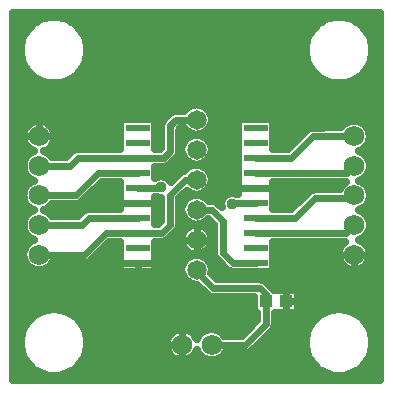
<source format=gtl>
G04 DipTrace 3.3.1.1*
G04 Top.gtl*
%MOIN*%
G04 #@! TF.FileFunction,Copper,L1,Top*
G04 #@! TF.Part,Single*
G04 #@! TA.AperFunction,CopperBalancing*
%ADD13C,0.023622*%
%ADD14C,0.025*%
%ADD15R,0.043307X0.03937*%
G04 #@! TA.AperFunction,ComponentPad*
%ADD16C,0.068898*%
%ADD17R,0.07874X0.023622*%
G04 #@! TA.AperFunction,ComponentPad*
%ADD18C,0.064961*%
G04 #@! TA.AperFunction,ViaPad*
%ADD20C,0.037622*%
%FSLAX26Y26*%
G04*
G70*
G90*
G75*
G01*
G04 Top*
%LPD*%
X1274951Y693701D2*
D13*
Y718701D1*
X1256201Y737451D1*
X1099950D1*
X1037451Y799950D1*
X1043701D1*
X1240551Y1021825D2*
X1165576D1*
X1162451Y1018701D1*
X846850Y1071825D2*
X921825D1*
X924950Y1074950D1*
X1093701Y549951D2*
X1206201D1*
X1274951Y618701D1*
Y693701D1*
X1240551Y1171825D2*
X1359325D1*
X1431201Y1243701D1*
X1568701D1*
X1240551Y1121825D2*
X1545251D1*
X1568701Y1145276D1*
X1240551Y971825D2*
X1371825D1*
X1437451Y1037451D1*
X1568701D1*
Y1046850D1*
X1240551Y921825D2*
X1542101D1*
X1568701Y948425D1*
X846850Y1171825D2*
X646827D1*
X620227Y1145226D1*
X518701D1*
X846850Y1171825D2*
X934325D1*
X956201Y1193701D1*
Y1281201D1*
X974950Y1299950D1*
X1043701D1*
X846850Y1121825D2*
X715576D1*
X640551Y1046801D1*
X518701D1*
X846850Y971825D2*
X684325D1*
X660875Y948375D1*
X518701D1*
Y849950D2*
X668701D1*
X740576Y921825D1*
X846850D1*
X928076D1*
X956201Y949950D1*
Y1049950D1*
X1006201Y1099950D1*
X1043701D1*
X1240551Y821825D2*
X1165576D1*
X1131201Y856201D1*
Y962450D1*
X1093701Y999950D1*
X1043701D1*
D20*
X1318701Y1068701D3*
Y1012451D3*
X1149950Y1068701D3*
X918701Y1018701D3*
X774950D3*
Y1068701D3*
X924950Y1074950D3*
X1162451Y1018701D3*
X1499951Y1081201D3*
X593701Y993701D3*
X434703Y1630348D2*
D14*
X516184D1*
X621229D2*
X1466182D1*
X1571227D2*
X1652708D1*
X434703Y1605479D2*
X483637D1*
X653776D2*
X1433635D1*
X1603774D2*
X1652708D1*
X434703Y1580610D2*
X466735D1*
X670677D2*
X1416733D1*
X1620675D2*
X1652708D1*
X434703Y1555741D2*
X457872D1*
X679505D2*
X1407906D1*
X1629503D2*
X1652708D1*
X434703Y1530873D2*
X455145D1*
X682268D2*
X1405143D1*
X1632266D2*
X1652708D1*
X434703Y1506004D2*
X458051D1*
X679361D2*
X1408049D1*
X1629359D2*
X1652708D1*
X434703Y1481135D2*
X467058D1*
X670319D2*
X1417056D1*
X1620316D2*
X1652708D1*
X434703Y1456266D2*
X484247D1*
X653166D2*
X1434245D1*
X1603164D2*
X1652708D1*
X434703Y1431398D2*
X517476D1*
X619901D2*
X1467474D1*
X1569899D2*
X1652708D1*
X434703Y1406529D2*
X1652708D1*
X434703Y1381660D2*
X1652708D1*
X434703Y1356791D2*
X1652708D1*
X434703Y1331923D2*
X1002199D1*
X1085211D2*
X1652708D1*
X434703Y1307054D2*
X937464D1*
X1096120D2*
X1652708D1*
X434703Y1282185D2*
X480694D1*
X556709D2*
X787038D1*
X906688D2*
X923936D1*
X1093393D2*
X1180723D1*
X1300373D2*
X1530630D1*
X1606788D2*
X1652708D1*
X434703Y1257316D2*
X465623D1*
X571781D2*
X787038D1*
X906688D2*
X923936D1*
X988468D2*
X1014256D1*
X1073154D2*
X1180723D1*
X1300373D2*
X1400227D1*
X1621824D2*
X1652708D1*
X434703Y1232448D2*
X465013D1*
X572391D2*
X787038D1*
X906688D2*
X923936D1*
X988468D2*
X1002630D1*
X1084781D2*
X1180723D1*
X1300373D2*
X1375359D1*
X1622398D2*
X1652708D1*
X434703Y1207579D2*
X478182D1*
X559221D2*
X787038D1*
X906688D2*
X923936D1*
X1096049D2*
X1180723D1*
X1300373D2*
X1350491D1*
X1609156D2*
X1652708D1*
X434703Y1182710D2*
X479582D1*
X557822D2*
X613107D1*
X1093608D2*
X1180723D1*
X1607865D2*
X1652708D1*
X434703Y1157841D2*
X465336D1*
X964928D2*
X1013431D1*
X1073980D2*
X1180723D1*
X1622075D2*
X1652708D1*
X434703Y1132972D2*
X465264D1*
X906688D2*
X1003060D1*
X1084314D2*
X1180723D1*
X1622147D2*
X1652708D1*
X434703Y1108104D2*
X479223D1*
X943361D2*
X969760D1*
X1095977D2*
X1180723D1*
X1608152D2*
X1652708D1*
X434703Y1083235D2*
X478541D1*
X721597D2*
X787038D1*
X1093788D2*
X1180723D1*
X1300373D2*
X1528477D1*
X1608905D2*
X1652708D1*
X434703Y1058366D2*
X465085D1*
X696729D2*
X787038D1*
X1074733D2*
X1180723D1*
X1300373D2*
X1413755D1*
X1622326D2*
X1652708D1*
X434703Y1033497D2*
X465515D1*
X671862D2*
X787038D1*
X906688D2*
X923936D1*
X988468D2*
X1003527D1*
X1083848D2*
X1126287D1*
X1300373D2*
X1388887D1*
X1621859D2*
X1652708D1*
X434703Y1008629D2*
X480300D1*
X557104D2*
X787038D1*
X906688D2*
X923936D1*
X1300373D2*
X1364020D1*
X1607039D2*
X1652708D1*
X434703Y983760D2*
X477537D1*
X559867D2*
X651647D1*
X906688D2*
X923936D1*
X1609910D2*
X1652708D1*
X434703Y958891D2*
X464869D1*
X906688D2*
X920527D1*
X988468D2*
X1011924D1*
X1075487D2*
X1090151D1*
X1622541D2*
X1652708D1*
X434703Y934022D2*
X465802D1*
X983839D2*
X1004029D1*
X1083381D2*
X1098943D1*
X1621572D2*
X1652708D1*
X434703Y909154D2*
X481448D1*
X960012D2*
X991613D1*
X1605891D2*
X1652708D1*
X434703Y884285D2*
X476604D1*
X747649D2*
X787038D1*
X906688D2*
X993264D1*
X1300373D2*
X1526575D1*
X1610843D2*
X1652708D1*
X434703Y859416D2*
X464654D1*
X722781D2*
X787038D1*
X906688D2*
X1011170D1*
X1076205D2*
X1098943D1*
X1300373D2*
X1514661D1*
X1622757D2*
X1652708D1*
X434703Y834547D2*
X466125D1*
X697913D2*
X787038D1*
X906688D2*
X1004496D1*
X1082915D2*
X1108273D1*
X1300373D2*
X1516133D1*
X1621285D2*
X1652708D1*
X434703Y809679D2*
X482668D1*
X554736D2*
X787038D1*
X906688D2*
X991721D1*
X1095690D2*
X1133141D1*
X1300373D2*
X1532711D1*
X1604671D2*
X1652708D1*
X434703Y784810D2*
X993085D1*
X1097197D2*
X1652708D1*
X434703Y759941D2*
X1010489D1*
X1278197D2*
X1652708D1*
X434703Y735072D2*
X1057748D1*
X1302311D2*
X1652708D1*
X434703Y710203D2*
X1085451D1*
X1383983D2*
X1652708D1*
X434703Y685335D2*
X1232827D1*
X1383983D2*
X1652708D1*
X434703Y660466D2*
X527954D1*
X609459D2*
X1232827D1*
X1383983D2*
X1477952D1*
X1559457D2*
X1652708D1*
X434703Y635597D2*
X488553D1*
X648860D2*
X1242695D1*
X1307227D2*
X1438551D1*
X1598858D2*
X1652708D1*
X434703Y610728D2*
X469463D1*
X667950D2*
X1222385D1*
X1306115D2*
X1419461D1*
X1617948D2*
X1652708D1*
X434703Y585860D2*
X459164D1*
X678213D2*
X954617D1*
X1035942D2*
X1053047D1*
X1134373D2*
X1197517D1*
X1286701D2*
X1409162D1*
X1628211D2*
X1652708D1*
X434703Y560991D2*
X455252D1*
X682160D2*
X941555D1*
X1261833D2*
X1405250D1*
X1632158D2*
X1652708D1*
X434703Y536122D2*
X456975D1*
X680438D2*
X942237D1*
X1236966D2*
X1406973D1*
X1630436D2*
X1652708D1*
X434703Y511253D2*
X464654D1*
X672759D2*
X957452D1*
X1033108D2*
X1055846D1*
X1131538D2*
X1414652D1*
X1622757D2*
X1652708D1*
X434703Y486385D2*
X479833D1*
X657580D2*
X1429831D1*
X1607578D2*
X1652708D1*
X434703Y461516D2*
X508182D1*
X629231D2*
X1458180D1*
X1579229D2*
X1652708D1*
X434703Y436647D2*
X1652708D1*
X1301906Y731343D2*
X1381491Y731342D1*
Y656059D1*
X1304720D1*
X1304627Y616366D1*
X1303897Y611752D1*
X1302453Y607310D1*
X1300333Y603148D1*
X1297587Y599369D1*
X1244035Y545687D1*
X1225533Y527315D1*
X1221754Y524570D1*
X1217592Y522449D1*
X1213150Y521005D1*
X1208536Y520275D1*
X1136837Y520183D1*
X1133550Y515916D1*
X1127735Y510101D1*
X1121083Y505268D1*
X1113756Y501534D1*
X1105935Y498993D1*
X1097812Y497707D1*
X1089589D1*
X1081467Y498993D1*
X1073646Y501534D1*
X1066319Y505268D1*
X1059666Y510101D1*
X1053851Y515916D1*
X1049018Y522569D1*
X1045284Y529896D1*
X1044511Y531992D1*
X1041494Y525249D1*
X1037588Y519032D1*
X1032851Y513421D1*
X1027376Y508527D1*
X1021271Y504447D1*
X1014655Y501260D1*
X1007659Y499029D1*
X1000420Y497798D1*
X993080Y497591D1*
X985783Y498412D1*
X978672Y500245D1*
X971888Y503054D1*
X965562Y506783D1*
X959820Y511360D1*
X954774Y516695D1*
X950523Y522682D1*
X947151Y529205D1*
X944724Y536135D1*
X943289Y543337D1*
X942875Y550668D1*
X943490Y557986D1*
X945121Y565145D1*
X947737Y572006D1*
X951287Y578435D1*
X955700Y584303D1*
X960890Y589498D1*
X966755Y593916D1*
X973181Y597471D1*
X980040Y600093D1*
X987198Y601730D1*
X994515Y602351D1*
X1001846Y601943D1*
X1009049Y600514D1*
X1015981Y598092D1*
X1022507Y594726D1*
X1028498Y590480D1*
X1033837Y585438D1*
X1038419Y579700D1*
X1042153Y573377D1*
X1044486Y567955D1*
X1047007Y573742D1*
X1051304Y580754D1*
X1056644Y587007D1*
X1062898Y592348D1*
X1069909Y596644D1*
X1077507Y599791D1*
X1085503Y601711D1*
X1093701Y602356D1*
X1101899Y601711D1*
X1109895Y599791D1*
X1117492Y596644D1*
X1124504Y592348D1*
X1130757Y587007D1*
X1136098Y580754D1*
X1136785Y579725D1*
X1193854Y579719D1*
X1245161Y631009D1*
X1245184Y656057D1*
X1235341Y656059D1*
Y707696D1*
X1097615Y707775D1*
X1093001Y708506D1*
X1088559Y709950D1*
X1084397Y712070D1*
X1080618Y714816D1*
X1045737Y749566D1*
X1039744Y749669D1*
X1031927Y750907D1*
X1024399Y753352D1*
X1017348Y756946D1*
X1010945Y761598D1*
X1005348Y767194D1*
X1000696Y773597D1*
X997103Y780649D1*
X994657Y788176D1*
X993419Y795993D1*
Y803907D1*
X994657Y811724D1*
X997103Y819252D1*
X1000696Y826303D1*
X1005348Y832706D1*
X1010945Y838303D1*
X1017348Y842955D1*
X1024399Y846548D1*
X1031927Y848994D1*
X1037209Y849932D1*
X1031195Y851088D1*
X1024233Y853422D1*
X1017684Y856741D1*
X1011686Y860976D1*
X1006367Y866038D1*
X1001838Y871818D1*
X998197Y878194D1*
X995521Y885031D1*
X993865Y892185D1*
X993266Y899503D1*
X993735Y906830D1*
X995264Y914012D1*
X997819Y920896D1*
X1001346Y927336D1*
X1005771Y933195D1*
X1011000Y938350D1*
X1016922Y942691D1*
X1023411Y946126D1*
X1030331Y948583D1*
X1037100Y949947D1*
X1031927Y950907D1*
X1024399Y953352D1*
X1017348Y956946D1*
X1010945Y961598D1*
X1005348Y967194D1*
X1000696Y973597D1*
X997103Y980649D1*
X994657Y988176D1*
X993419Y995993D1*
Y1003907D1*
X994657Y1011724D1*
X997103Y1019252D1*
X1000696Y1026303D1*
X1005348Y1032706D1*
X1010945Y1038303D1*
X1017348Y1042955D1*
X1024399Y1046548D1*
X1031927Y1048994D1*
X1037209Y1049932D1*
X1031927Y1050907D1*
X1024399Y1053352D1*
X1017348Y1056946D1*
X1010945Y1061598D1*
X1010433Y1062070D1*
X985966Y1037618D1*
X985877Y947615D1*
X985146Y943001D1*
X983703Y938559D1*
X981582Y934397D1*
X978836Y930618D1*
X949125Y900776D1*
X945573Y897743D1*
X941590Y895302D1*
X937275Y893515D1*
X932733Y892424D1*
X928067Y892058D1*
X904213D1*
X904177Y792058D1*
X789524D1*
Y892093D1*
X752941Y892058D1*
X688033Y827314D1*
X684254Y824569D1*
X680092Y822448D1*
X675650Y821005D1*
X671036Y820274D1*
X595210Y820182D1*
X561802D1*
X558550Y815915D1*
X552735Y810101D1*
X546083Y805267D1*
X538756Y801534D1*
X530935Y798993D1*
X522812Y797706D1*
X514589D1*
X506467Y798993D1*
X498646Y801534D1*
X491319Y805267D1*
X484666Y810101D1*
X478851Y815915D1*
X474018Y822568D1*
X470284Y829895D1*
X467743Y837716D1*
X466457Y845838D1*
Y854062D1*
X467743Y862184D1*
X470284Y870005D1*
X474018Y877332D1*
X478851Y883985D1*
X484666Y889800D1*
X491319Y894633D1*
X498646Y898367D1*
X500742Y899140D1*
X494909Y901682D1*
X487898Y905978D1*
X481644Y911319D1*
X476304Y917572D1*
X472007Y924584D1*
X468860Y932181D1*
X466940Y940177D1*
X466295Y948375D1*
X466940Y956573D1*
X468860Y964570D1*
X472007Y972167D1*
X476304Y979179D1*
X481644Y985432D1*
X487898Y990772D1*
X494909Y995069D1*
X500742Y997565D1*
X494909Y1000107D1*
X487898Y1004404D1*
X481644Y1009744D1*
X476304Y1015997D1*
X472007Y1023009D1*
X468860Y1030606D1*
X466940Y1038602D1*
X466295Y1046801D1*
X466940Y1054999D1*
X468860Y1062995D1*
X472007Y1070592D1*
X476304Y1077604D1*
X481644Y1083857D1*
X487898Y1089197D1*
X494909Y1093494D1*
X500742Y1095990D1*
X494909Y1098532D1*
X487898Y1102829D1*
X481644Y1108169D1*
X476304Y1114423D1*
X472007Y1121434D1*
X468860Y1129032D1*
X466940Y1137028D1*
X466295Y1145226D1*
X466940Y1153424D1*
X468860Y1161420D1*
X472007Y1169017D1*
X476304Y1176029D1*
X481644Y1182282D1*
X487898Y1187623D1*
X494909Y1191919D1*
X500742Y1194415D1*
X493684Y1197602D1*
X487493Y1201551D1*
X481914Y1206327D1*
X477059Y1211835D1*
X473020Y1217968D1*
X469879Y1224605D1*
X467696Y1231616D1*
X466514Y1238863D1*
X466358Y1246205D1*
X467228Y1253496D1*
X469110Y1260594D1*
X471965Y1267359D1*
X475737Y1273659D1*
X480354Y1279370D1*
X485723Y1284379D1*
X491739Y1288589D1*
X498285Y1291916D1*
X505232Y1294296D1*
X512443Y1295681D1*
X519777Y1296045D1*
X527090Y1295381D1*
X534238Y1293700D1*
X541081Y1291037D1*
X547485Y1287444D1*
X553324Y1282990D1*
X558482Y1277765D1*
X562860Y1271869D1*
X566371Y1265420D1*
X568946Y1258543D1*
X570534Y1251374D1*
X571106Y1243651D1*
X570592Y1236326D1*
X569059Y1229145D1*
X566537Y1222248D1*
X563075Y1215772D1*
X558743Y1209843D1*
X553624Y1204578D1*
X547820Y1200080D1*
X541444Y1196438D1*
X536704Y1194440D1*
X542492Y1191919D1*
X549504Y1187623D1*
X555757Y1182282D1*
X561098Y1176029D1*
X561785Y1175000D1*
X607873Y1174993D1*
X627494Y1194461D1*
X631273Y1197207D1*
X635435Y1199327D1*
X639878Y1200771D1*
X644491Y1201501D1*
X720318Y1201593D1*
X789538D1*
X789524Y1301593D1*
X904177D1*
Y1201606D1*
X922028Y1201593D1*
X926446Y1206044D1*
X926525Y1283536D1*
X927255Y1288150D1*
X928699Y1292592D1*
X930820Y1296754D1*
X933565Y1300533D1*
X953901Y1320999D1*
X957453Y1324033D1*
X961436Y1326473D1*
X965751Y1328261D1*
X970293Y1329351D1*
X974950Y1329718D1*
X1002976D1*
X1008036Y1335614D1*
X1014055Y1340755D1*
X1020803Y1344890D1*
X1028115Y1347919D1*
X1035811Y1349766D1*
X1043701Y1350387D1*
X1051591Y1349766D1*
X1059287Y1347919D1*
X1066599Y1344890D1*
X1073347Y1340755D1*
X1079365Y1335614D1*
X1084505Y1329596D1*
X1088640Y1322848D1*
X1091669Y1315536D1*
X1093517Y1307840D1*
X1094138Y1299950D1*
X1093517Y1292060D1*
X1091669Y1284364D1*
X1088640Y1277052D1*
X1084505Y1270304D1*
X1079365Y1264286D1*
X1073347Y1259146D1*
X1066599Y1255010D1*
X1059287Y1251982D1*
X1051591Y1250134D1*
X1050193Y1249969D1*
X1055475Y1248994D1*
X1063002Y1246548D1*
X1070054Y1242955D1*
X1076457Y1238303D1*
X1082053Y1232706D1*
X1086705Y1226303D1*
X1090299Y1219252D1*
X1092744Y1211724D1*
X1093982Y1203907D1*
Y1195993D1*
X1092744Y1188176D1*
X1090299Y1180649D1*
X1086705Y1173597D1*
X1082053Y1167194D1*
X1076457Y1161598D1*
X1070054Y1156946D1*
X1063002Y1153352D1*
X1055475Y1150907D1*
X1050193Y1149969D1*
X1055475Y1148994D1*
X1063002Y1146548D1*
X1070054Y1142955D1*
X1076457Y1138303D1*
X1082053Y1132706D1*
X1086705Y1126303D1*
X1090299Y1119252D1*
X1092744Y1111724D1*
X1093982Y1103907D1*
Y1095993D1*
X1092744Y1088176D1*
X1090299Y1080649D1*
X1086705Y1073597D1*
X1082053Y1067194D1*
X1076457Y1061598D1*
X1070054Y1056946D1*
X1063002Y1053352D1*
X1055475Y1050907D1*
X1050193Y1049969D1*
X1055475Y1048994D1*
X1063002Y1046548D1*
X1070054Y1042955D1*
X1076457Y1038303D1*
X1082053Y1032706D1*
X1084400Y1029730D1*
X1096036Y1029626D1*
X1100650Y1028895D1*
X1105092Y1027452D1*
X1109254Y1025331D1*
X1113033Y1022586D1*
X1127056Y1008693D1*
X1125797Y1015816D1*
Y1021586D1*
X1126700Y1027284D1*
X1128483Y1032771D1*
X1131102Y1037912D1*
X1134493Y1042580D1*
X1138573Y1046659D1*
X1143240Y1050050D1*
X1148381Y1052670D1*
X1153868Y1054453D1*
X1159567Y1055355D1*
X1165336D1*
X1171035Y1054453D1*
X1176522Y1052670D1*
X1178867Y1051589D1*
X1183225Y1053081D1*
X1183224Y1301593D1*
X1297878D1*
Y1201607D1*
X1347020Y1201593D1*
X1411868Y1266336D1*
X1415647Y1269082D1*
X1419809Y1271203D1*
X1424252Y1272646D1*
X1428865Y1273377D1*
X1513878Y1273469D1*
X1525540D1*
X1528851Y1277735D1*
X1534666Y1283550D1*
X1541319Y1288384D1*
X1548646Y1292117D1*
X1556467Y1294658D1*
X1564589Y1295945D1*
X1572812D1*
X1580935Y1294658D1*
X1588756Y1292117D1*
X1596083Y1288384D1*
X1602735Y1283550D1*
X1608550Y1277735D1*
X1613384Y1271083D1*
X1617117Y1263756D1*
X1619658Y1255935D1*
X1620945Y1247812D1*
Y1239589D1*
X1619658Y1231467D1*
X1617117Y1223646D1*
X1613384Y1216319D1*
X1608550Y1209666D1*
X1602735Y1203851D1*
X1596083Y1199018D1*
X1588756Y1195284D1*
X1586659Y1194511D1*
X1592492Y1191969D1*
X1599504Y1187673D1*
X1605757Y1182332D1*
X1611098Y1176079D1*
X1615394Y1169067D1*
X1618541Y1161470D1*
X1620461Y1153474D1*
X1621106Y1145276D1*
X1620461Y1137078D1*
X1618541Y1129081D1*
X1615394Y1121484D1*
X1611098Y1114472D1*
X1605757Y1108219D1*
X1599504Y1102879D1*
X1592492Y1098582D1*
X1586659Y1096086D1*
X1592492Y1093544D1*
X1599504Y1089247D1*
X1605757Y1083907D1*
X1611098Y1077654D1*
X1615394Y1070642D1*
X1618541Y1063045D1*
X1620461Y1055048D1*
X1621106Y1046850D1*
X1620461Y1038652D1*
X1618541Y1030656D1*
X1615394Y1023059D1*
X1611098Y1016047D1*
X1605757Y1009794D1*
X1599504Y1004453D1*
X1592492Y1000157D1*
X1586659Y997661D1*
X1592492Y995119D1*
X1599504Y990822D1*
X1605757Y985481D1*
X1611098Y979228D1*
X1615394Y972217D1*
X1618541Y964619D1*
X1620461Y956623D1*
X1621106Y948425D1*
X1620461Y940227D1*
X1618541Y932231D1*
X1615394Y924634D1*
X1611098Y917622D1*
X1605757Y911369D1*
X1599504Y906028D1*
X1592492Y901732D1*
X1586659Y899236D1*
X1592729Y896573D1*
X1599002Y892757D1*
X1604681Y888102D1*
X1609654Y882699D1*
X1613822Y876653D1*
X1617105Y870085D1*
X1619437Y863122D1*
X1620773Y855901D1*
X1621074Y848163D1*
X1620303Y840861D1*
X1618519Y833738D1*
X1615757Y826934D1*
X1612071Y820583D1*
X1607533Y814810D1*
X1602233Y809727D1*
X1596275Y805436D1*
X1589775Y802019D1*
X1582862Y799544D1*
X1575670Y798060D1*
X1568342Y797596D1*
X1561021Y798160D1*
X1553850Y799743D1*
X1546971Y802312D1*
X1540519Y805817D1*
X1534620Y810190D1*
X1529390Y815345D1*
X1524932Y821180D1*
X1521333Y827580D1*
X1518664Y834421D1*
X1516978Y841568D1*
X1516307Y848880D1*
X1516665Y856215D1*
X1518045Y863427D1*
X1520419Y870376D1*
X1523741Y876924D1*
X1527945Y882944D1*
X1532950Y888318D1*
X1537443Y892057D1*
X1297842Y892058D1*
X1297878Y792058D1*
X1163241Y792149D1*
X1158627Y792880D1*
X1154184Y794324D1*
X1150023Y796444D1*
X1146243Y799190D1*
X1110152Y835152D1*
X1107118Y838704D1*
X1104678Y842687D1*
X1102890Y847002D1*
X1101800Y851544D1*
X1101433Y856201D1*
Y950110D1*
X1083078Y968475D1*
X1079365Y964286D1*
X1073347Y959146D1*
X1066599Y955010D1*
X1059287Y951982D1*
X1051591Y950134D1*
X1050359Y949946D1*
X1057548Y948449D1*
X1064443Y945925D1*
X1070898Y942426D1*
X1076777Y938027D1*
X1081955Y932821D1*
X1086322Y926918D1*
X1089786Y920444D1*
X1092274Y913536D1*
X1093731Y906339D1*
X1094138Y899950D1*
X1093603Y892627D1*
X1092011Y885459D1*
X1089395Y878598D1*
X1085811Y872190D1*
X1081334Y866370D1*
X1076060Y861262D1*
X1070100Y856973D1*
X1063580Y853596D1*
X1056639Y851201D1*
X1050299Y849955D1*
X1055475Y848994D1*
X1063002Y846548D1*
X1070054Y842955D1*
X1076457Y838303D1*
X1082053Y832706D1*
X1086705Y826303D1*
X1090299Y819252D1*
X1092744Y811724D1*
X1093982Y803907D1*
Y795993D1*
X1092744Y788176D1*
X1092429Y787059D1*
X1112268Y767232D1*
X1258536Y767127D1*
X1263150Y766397D1*
X1267592Y764953D1*
X1271754Y762833D1*
X1275533Y760087D1*
X1296000Y739750D1*
X1299034Y736198D1*
X1301479Y732207D1*
X536659Y997565D2*
X542492Y995069D1*
X549504Y990772D1*
X555757Y985432D1*
X561098Y979179D1*
X561785Y978149D1*
X648566Y978143D1*
X664993Y994461D1*
X668772Y997207D1*
X672934Y999327D1*
X677376Y1000771D1*
X681990Y1001502D1*
X757816Y1001593D1*
X789502D1*
X789524Y1092094D1*
X727894Y1092058D1*
X659884Y1024165D1*
X656105Y1021419D1*
X651943Y1019299D1*
X647500Y1017855D1*
X642887Y1017124D1*
X561857Y1017033D1*
X558550Y1012766D1*
X552735Y1006951D1*
X546083Y1002117D1*
X538756Y998384D1*
X536659Y997611D1*
X1520426Y1067212D2*
X1524018Y1074232D1*
X1528851Y1080885D1*
X1534666Y1086700D1*
X1541319Y1091533D1*
X1542259Y1092060D1*
X1297842Y1092057D1*
X1297878Y1001606D1*
X1359507Y1001593D1*
X1418118Y1060086D1*
X1421897Y1062832D1*
X1426059Y1064953D1*
X1430502Y1066396D1*
X1435115Y1067127D1*
X1520128Y1067219D1*
X1520451D1*
X679415Y1522487D2*
X678390Y1513828D1*
X676689Y1505275D1*
X674322Y1496882D1*
X671304Y1488701D1*
X667653Y1480782D1*
X663392Y1473174D1*
X658547Y1465923D1*
X653149Y1459075D1*
X647230Y1452672D1*
X640826Y1446753D1*
X633978Y1441354D1*
X626728Y1436510D1*
X619119Y1432249D1*
X611200Y1428598D1*
X603019Y1425580D1*
X594626Y1423213D1*
X586074Y1421512D1*
X577414Y1420487D1*
X568701Y1420144D1*
X559987Y1420487D1*
X551328Y1421512D1*
X542775Y1423213D1*
X534382Y1425580D1*
X526201Y1428598D1*
X518282Y1432249D1*
X510674Y1436510D1*
X503423Y1441354D1*
X496575Y1446753D1*
X490172Y1452672D1*
X484253Y1459075D1*
X478854Y1465923D1*
X474010Y1473174D1*
X469749Y1480782D1*
X466098Y1488701D1*
X463080Y1496882D1*
X460713Y1505275D1*
X459012Y1513828D1*
X457987Y1522487D1*
X457644Y1531201D1*
X457987Y1539914D1*
X459012Y1548574D1*
X460713Y1557126D1*
X463080Y1565519D1*
X466098Y1573700D1*
X469749Y1581619D1*
X474010Y1589228D1*
X478854Y1596478D1*
X484253Y1603326D1*
X490172Y1609730D1*
X496575Y1615649D1*
X503423Y1621047D1*
X510674Y1625892D1*
X518282Y1630153D1*
X526201Y1633804D1*
X534382Y1636822D1*
X542775Y1639189D1*
X551328Y1640890D1*
X559987Y1641915D1*
X568701Y1642257D1*
X577414Y1641915D1*
X586074Y1640890D1*
X594626Y1639189D1*
X603019Y1636822D1*
X611200Y1633804D1*
X619119Y1630153D1*
X626728Y1625892D1*
X633978Y1621047D1*
X640826Y1615649D1*
X647230Y1609730D1*
X653149Y1603326D1*
X658547Y1596478D1*
X663392Y1589228D1*
X667653Y1581619D1*
X671304Y1573700D1*
X674322Y1565519D1*
X676689Y1557126D1*
X678390Y1548574D1*
X679415Y1539914D1*
X679757Y1531201D1*
X679415Y1522487D1*
X1629415D2*
X1628390Y1513828D1*
X1626689Y1505275D1*
X1624322Y1496882D1*
X1621304Y1488701D1*
X1617653Y1480782D1*
X1613392Y1473174D1*
X1608547Y1465923D1*
X1603149Y1459075D1*
X1597230Y1452672D1*
X1590826Y1446753D1*
X1583978Y1441354D1*
X1576728Y1436510D1*
X1569119Y1432249D1*
X1561200Y1428598D1*
X1553019Y1425580D1*
X1544626Y1423213D1*
X1536074Y1421512D1*
X1527414Y1420487D1*
X1518701Y1420144D1*
X1509987Y1420487D1*
X1501328Y1421512D1*
X1492775Y1423213D1*
X1484382Y1425580D1*
X1476201Y1428598D1*
X1468282Y1432249D1*
X1460674Y1436510D1*
X1453423Y1441354D1*
X1446575Y1446753D1*
X1440172Y1452672D1*
X1434253Y1459075D1*
X1428854Y1465923D1*
X1424010Y1473174D1*
X1419749Y1480782D1*
X1416098Y1488701D1*
X1413080Y1496882D1*
X1410713Y1505275D1*
X1409012Y1513828D1*
X1407987Y1522487D1*
X1407644Y1531201D1*
X1407987Y1539914D1*
X1409012Y1548574D1*
X1410713Y1557126D1*
X1413080Y1565519D1*
X1416098Y1573700D1*
X1419749Y1581619D1*
X1424010Y1589228D1*
X1428854Y1596478D1*
X1434253Y1603326D1*
X1440172Y1609730D1*
X1446575Y1615649D1*
X1453423Y1621047D1*
X1460674Y1625892D1*
X1468282Y1630153D1*
X1476201Y1633804D1*
X1484382Y1636822D1*
X1492775Y1639189D1*
X1501328Y1640890D1*
X1509987Y1641915D1*
X1518701Y1642257D1*
X1527414Y1641915D1*
X1536074Y1640890D1*
X1544626Y1639189D1*
X1553019Y1636822D1*
X1561200Y1633804D1*
X1569119Y1630153D1*
X1576728Y1625892D1*
X1583978Y1621047D1*
X1590826Y1615649D1*
X1597230Y1609730D1*
X1603149Y1603326D1*
X1608547Y1596478D1*
X1613392Y1589228D1*
X1617653Y1581619D1*
X1621304Y1573700D1*
X1624322Y1565519D1*
X1626689Y1557126D1*
X1628390Y1548574D1*
X1629415Y1539914D1*
X1629757Y1531201D1*
X1629415Y1522487D1*
Y547487D2*
X1628390Y538828D1*
X1626689Y530275D1*
X1624322Y521882D1*
X1621304Y513701D1*
X1617653Y505782D1*
X1613392Y498174D1*
X1608547Y490923D1*
X1603149Y484075D1*
X1597230Y477672D1*
X1590826Y471753D1*
X1583978Y466354D1*
X1576728Y461510D1*
X1569119Y457249D1*
X1561200Y453598D1*
X1553019Y450580D1*
X1544626Y448213D1*
X1536074Y446512D1*
X1527414Y445487D1*
X1518701Y445144D1*
X1509987Y445487D1*
X1501328Y446512D1*
X1492775Y448213D1*
X1484382Y450580D1*
X1476201Y453598D1*
X1468282Y457249D1*
X1460674Y461510D1*
X1453423Y466354D1*
X1446575Y471753D1*
X1440172Y477672D1*
X1434253Y484075D1*
X1428854Y490923D1*
X1424010Y498174D1*
X1419749Y505782D1*
X1416098Y513701D1*
X1413080Y521882D1*
X1410713Y530275D1*
X1409012Y538828D1*
X1407987Y547487D1*
X1407644Y556201D1*
X1407987Y564914D1*
X1409012Y573574D1*
X1410713Y582126D1*
X1413080Y590519D1*
X1416098Y598700D1*
X1419749Y606619D1*
X1424010Y614228D1*
X1428854Y621478D1*
X1434253Y628326D1*
X1440172Y634730D1*
X1446575Y640649D1*
X1453423Y646047D1*
X1460674Y650892D1*
X1468282Y655153D1*
X1476201Y658804D1*
X1484382Y661822D1*
X1492775Y664189D1*
X1501328Y665890D1*
X1509987Y666915D1*
X1518701Y667257D1*
X1527414Y666915D1*
X1536074Y665890D1*
X1544626Y664189D1*
X1553019Y661822D1*
X1561200Y658804D1*
X1569119Y655153D1*
X1576728Y650892D1*
X1583978Y646047D1*
X1590826Y640649D1*
X1597230Y634730D1*
X1603149Y628326D1*
X1608547Y621478D1*
X1613392Y614228D1*
X1617653Y606619D1*
X1621304Y598700D1*
X1624322Y590519D1*
X1626689Y582126D1*
X1628390Y573574D1*
X1629415Y564914D1*
X1629757Y556201D1*
X1629415Y547487D1*
X679415D2*
X678390Y538828D1*
X676689Y530275D1*
X674322Y521882D1*
X671304Y513701D1*
X667653Y505782D1*
X663392Y498174D1*
X658547Y490923D1*
X653149Y484075D1*
X647230Y477672D1*
X640826Y471753D1*
X633978Y466354D1*
X626728Y461510D1*
X619119Y457249D1*
X611200Y453598D1*
X603019Y450580D1*
X594626Y448213D1*
X586074Y446512D1*
X577414Y445487D1*
X568701Y445144D1*
X559987Y445487D1*
X551328Y446512D1*
X542775Y448213D1*
X534382Y450580D1*
X526201Y453598D1*
X518282Y457249D1*
X510674Y461510D1*
X503423Y466354D1*
X496575Y471753D1*
X490172Y477672D1*
X484253Y484075D1*
X478854Y490923D1*
X474010Y498174D1*
X469749Y505782D1*
X466098Y513701D1*
X463080Y521882D1*
X460713Y530275D1*
X459012Y538828D1*
X457987Y547487D1*
X457644Y556201D1*
X457987Y564914D1*
X459012Y573574D1*
X460713Y582126D1*
X463080Y590519D1*
X466098Y598700D1*
X469749Y606619D1*
X474010Y614228D1*
X478854Y621478D1*
X484253Y628326D1*
X490172Y634730D1*
X496575Y640649D1*
X503423Y646047D1*
X510674Y650892D1*
X518282Y655153D1*
X526201Y658804D1*
X534382Y661822D1*
X542775Y664189D1*
X551328Y665890D1*
X559987Y666915D1*
X568701Y667257D1*
X577414Y666915D1*
X586074Y665890D1*
X594626Y664189D1*
X603019Y661822D1*
X611200Y658804D1*
X619119Y655153D1*
X626728Y650892D1*
X633978Y646047D1*
X640826Y640649D1*
X647230Y634730D1*
X653149Y628326D1*
X658547Y621478D1*
X663392Y614228D1*
X667653Y606619D1*
X671304Y598700D1*
X674322Y590519D1*
X676689Y582126D1*
X678390Y573574D1*
X679415Y564914D1*
X679757Y556201D1*
X679415Y547487D1*
X926426Y1038240D2*
X922065Y1038296D1*
X916367Y1039198D1*
X910880Y1040981D1*
X908534Y1042062D1*
X904177Y1040569D1*
Y951606D1*
X915712Y951593D1*
X926438Y962285D1*
X926433Y1038189D1*
X904173Y1105253D2*
X908258Y1107710D1*
X913588Y1109918D1*
X919198Y1111265D1*
X924950Y1111718D1*
X930702Y1111265D1*
X936312Y1109918D1*
X941642Y1107710D1*
X946562Y1104696D1*
X950949Y1100949D1*
X954696Y1096562D1*
X957022Y1092872D1*
X986868Y1122586D1*
X990647Y1125331D1*
X994809Y1127452D1*
X999252Y1128895D1*
X1002896Y1129596D1*
X1008036Y1135614D1*
X1014055Y1140755D1*
X1020803Y1144890D1*
X1028115Y1147919D1*
X1035811Y1149766D1*
X1037209Y1149932D1*
X1031927Y1150907D1*
X1024399Y1153352D1*
X1017348Y1156946D1*
X1010945Y1161598D1*
X1005348Y1167194D1*
X1000696Y1173597D1*
X997103Y1180649D1*
X994657Y1188176D1*
X993419Y1195993D1*
Y1203907D1*
X994657Y1211724D1*
X997103Y1219252D1*
X1000696Y1226303D1*
X1005348Y1232706D1*
X1010945Y1238303D1*
X1017348Y1242955D1*
X1024399Y1246548D1*
X1031927Y1248994D1*
X1037209Y1249932D1*
X1031927Y1250907D1*
X1024399Y1253352D1*
X1017348Y1256946D1*
X1010945Y1261598D1*
X1005348Y1267194D1*
X1003002Y1270170D1*
X987255Y1270182D1*
X985969Y1262828D1*
X985877Y1191365D1*
X985146Y1186752D1*
X983703Y1182309D1*
X981582Y1178147D1*
X978836Y1174368D1*
X955374Y1150776D1*
X951823Y1147743D1*
X947840Y1145302D1*
X943524Y1143515D1*
X938982Y1142424D1*
X934316Y1142058D1*
X904147D1*
X904177Y1105267D1*
X432185Y1655193D2*
Y432188D1*
X1655213Y432185D1*
X1655216Y1655213D1*
X432188Y1655216D1*
X1341881Y731307D2*
D13*
Y656095D1*
Y693701D2*
X1381455D1*
X518701Y1296021D2*
Y1243651D1*
X466331D2*
X571070D1*
X1568701Y850000D2*
Y797630D1*
X1516331Y850000D2*
X1621070D1*
X789560Y1021825D2*
X904141D1*
X846850Y821825D2*
Y792093D1*
X789560Y821825D2*
X904141D1*
X1183261Y1071825D2*
X1297842D1*
X1043701Y950351D2*
Y849549D1*
X993300Y899950D2*
X1094102D1*
X995276Y602320D2*
Y497581D1*
X942906Y549951D2*
X995276D1*
D15*
X1274951Y693701D3*
X1341881D3*
D16*
X518701Y849950D3*
Y948375D3*
Y1046801D3*
Y1145226D3*
Y1243651D3*
X1568701Y1243701D3*
Y1145276D3*
Y1046850D3*
Y948425D3*
Y850000D3*
D17*
X846850Y1271825D3*
Y1221825D3*
Y1171825D3*
Y1121825D3*
Y1071825D3*
Y1021825D3*
Y971825D3*
Y921825D3*
Y871825D3*
Y821825D3*
X1240551D3*
Y871825D3*
Y921825D3*
Y971825D3*
Y1021825D3*
Y1071825D3*
Y1121825D3*
Y1171825D3*
Y1221825D3*
Y1271825D3*
D18*
X1043701Y799950D3*
Y899950D3*
Y999950D3*
Y1099950D3*
Y1199950D3*
Y1299950D3*
D16*
X1093701Y549951D3*
X995276D3*
M02*

</source>
